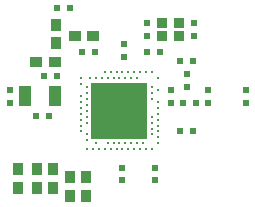
<source format=gbr>
G04 EAGLE Gerber RS-274X export*
G75*
%MOMM*%
%FSLAX34Y34*%
%LPD*%
%INSolderpaste Top*%
%IPPOS*%
%AMOC8*
5,1,8,0,0,1.08239X$1,22.5*%
G01*
%ADD10R,0.950000X0.850000*%
%ADD11R,0.600000X0.600000*%
%ADD12R,1.050000X0.900000*%
%ADD13R,1.000000X1.800000*%
%ADD14R,0.900000X1.050000*%
%ADD15R,4.850000X4.850000*%
%ADD16C,0.200000*%


D10*
X154250Y170750D03*
X139750Y170750D03*
X139750Y159250D03*
X154250Y159250D03*
D11*
X158000Y103000D03*
X169000Y103000D03*
X127000Y159500D03*
X127000Y170500D03*
X167000Y170500D03*
X167000Y159500D03*
X148000Y103000D03*
X148000Y114000D03*
X51000Y125500D03*
X40000Y125500D03*
X106500Y48000D03*
X106500Y37000D03*
X134500Y48000D03*
X134500Y37000D03*
X161000Y127500D03*
X161000Y116500D03*
X155500Y138000D03*
X166500Y138000D03*
D12*
X49000Y137000D03*
X33000Y137000D03*
X66000Y159000D03*
X82000Y159000D03*
D13*
X24000Y108500D03*
X49000Y108500D03*
D11*
X11000Y114000D03*
X11000Y103000D03*
X33500Y91500D03*
X44500Y91500D03*
X51500Y183000D03*
X62500Y183000D03*
D14*
X50000Y153000D03*
X50000Y169000D03*
D15*
X104000Y96000D03*
D16*
X76500Y96000D03*
X76500Y101000D03*
X76500Y106000D03*
X76500Y111000D03*
X76500Y116000D03*
X71500Y118500D03*
X71500Y108500D03*
X71500Y103500D03*
X71500Y98500D03*
X71500Y93500D03*
X76500Y91000D03*
X76500Y86000D03*
X71500Y88500D03*
X71500Y83500D03*
X71500Y78500D03*
X76500Y76000D03*
X76500Y71000D03*
X76500Y63500D03*
X81500Y63500D03*
X84000Y68500D03*
X86500Y63500D03*
X91500Y63500D03*
X96500Y63500D03*
X101500Y63500D03*
X106500Y63500D03*
X111500Y63500D03*
X116500Y63500D03*
X121500Y63500D03*
X126500Y63500D03*
X131500Y63500D03*
X124000Y68500D03*
X119000Y68500D03*
X114000Y68500D03*
X109000Y68500D03*
X104000Y68500D03*
X99000Y68500D03*
X94000Y68500D03*
X131500Y76000D03*
X136500Y73500D03*
X136500Y68500D03*
X136500Y78500D03*
X131500Y81000D03*
X136500Y83500D03*
X131500Y86000D03*
X131500Y91000D03*
X136500Y88500D03*
X136500Y93500D03*
X136500Y98500D03*
X136500Y103500D03*
X131500Y106000D03*
X131500Y111000D03*
X136500Y113500D03*
X131500Y116000D03*
X136500Y123500D03*
X71500Y123500D03*
X84000Y123500D03*
X89000Y123500D03*
X94000Y123500D03*
X96500Y128500D03*
X99000Y123500D03*
X101500Y128500D03*
X104000Y123500D03*
X106500Y128500D03*
X109000Y123500D03*
X111500Y128500D03*
X114000Y123500D03*
X116500Y128500D03*
X119000Y123500D03*
X121500Y128500D03*
X126500Y128500D03*
X131500Y128500D03*
X79000Y123500D03*
X91500Y128500D03*
D11*
X155500Y79000D03*
X166500Y79000D03*
X179000Y103000D03*
X179000Y114000D03*
X211000Y103000D03*
X211000Y114000D03*
X127500Y146000D03*
X138500Y146000D03*
X108000Y141500D03*
X108000Y152500D03*
D14*
X18000Y47000D03*
X18000Y31000D03*
X34000Y47000D03*
X34000Y31000D03*
X62000Y40000D03*
X62000Y24000D03*
X48000Y31000D03*
X48000Y47000D03*
D11*
X72500Y146000D03*
X83500Y146000D03*
D14*
X76000Y40000D03*
X76000Y24000D03*
M02*

</source>
